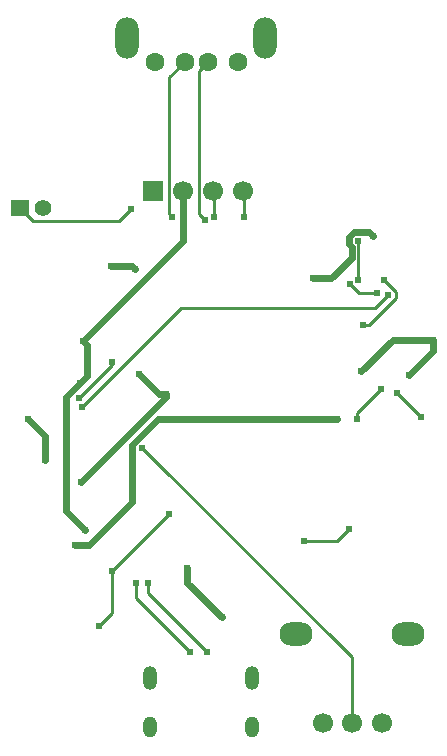
<source format=gbl>
G04 Layer: BottomLayer*
G04 EasyEDA Pro v2.2.45.4, 2026-01-19 10:00:02*
G04 Gerber Generator version 0.3*
G04 Scale: 100 percent, Rotated: No, Reflected: No*
G04 Dimensions in millimeters*
G04 Leading zeros omitted, absolute positions, 4 integers and 5 decimals*
G04 Generated by one-click*
%FSLAX45Y45*%
%MOMM*%
%ADD10R,1.7X1.7*%
%ADD11C,1.7*%
%ADD12O,2.79999X2.0*%
%ADD13R,1.5X1.4*%
%ADD14C,1.4*%
%ADD15O,2.0X3.49999*%
%ADD16C,1.6*%
%ADD17O,1.2026X1.8*%
%ADD18O,1.2X1.8*%
%ADD19O,1.2X2.0*%
%ADD20C,0.61*%
%ADD21C,0.254*%
%ADD22C,0.6*%
G75*


G04 Pad Start*
G54D10*
G01X2882900Y-711200D03*
G54D11*
G01X3136900Y-711200D03*
G01X3390900Y-711200D03*
G01X3644900Y-711200D03*
G01X4822012Y-5213706D03*
G01X4572000Y-5213706D03*
G01X4322013Y-5213706D03*
G54D12*
G01X4096995Y-4463694D03*
G01X5047005Y-4463694D03*
G54D13*
G01X1754200Y-850900D03*
G54D14*
G01X1954200Y-850900D03*
G54D15*
G01X2666200Y582600D03*
G01X3836200Y582600D03*
G54D16*
G01X3601199Y382600D03*
G01X3351213Y382600D03*
G01X3151213Y382600D03*
G01X2901201Y382600D03*
G54D18*
G01X3721811Y-5251209D03*
G54D19*
G01X3721811Y-4833226D03*
G01X2856789Y-4833226D03*
G54D18*
G01X2856789Y-5251209D03*
G04 Pad End*

G04 Via Start*
G54D20*
G01X2285136Y-2540000D03*
G01X4876800Y-1588770D03*
G01X4609236Y-2641600D03*
G01X4812436Y-2387600D03*
G01X4553102Y-1498600D03*
G01X4781702Y-1574800D03*
G01X2698902Y-863600D03*
G01X4166464Y-3670300D03*
G01X4547464Y-3568700D03*
G01X5154600Y-2622296D03*
G01X4951400Y-2419096D03*
G01X4660900Y-1842364D03*
G01X4838700Y-1461364D03*
G01X2795295Y-2882405D03*
G01X3021305Y-3441205D03*
G01X2538705Y-3923805D03*
G01X2427453Y-4390657D03*
G01X3402305Y-926605D03*
G01X3656305Y-926605D03*
G01X2294296Y-1977205D03*
G01X2268532Y-2337204D03*
G01X2312264Y-3580933D03*
G01X4621505Y-1460005D03*
G01X4621505Y-1129805D03*
G01X2846095Y-4025405D03*
G01X3340506Y-4609605D03*
G01X3328695Y-952005D03*
G01X2744495Y-4025405D03*
G01X3201695Y-4609605D03*
G01X3049295Y-926605D03*
G01X2541295Y-2155114D03*
G01X2261895Y-2459914D03*
G01X2223399Y-3703211D03*
G01X4443395Y-2638842D03*
G01X5054600Y-2272030D03*
G01X4648200Y-2235200D03*
G01X5257800Y-1968500D03*
G01X4241800Y-1447800D03*
G01X4749800Y-1092200D03*
G01X3467100Y-4318000D03*
G01X3175000Y-3898900D03*
G01X1828800Y-2641600D03*
G01X1968500Y-2984500D03*
G01X2273300Y-3175000D03*
G01X2997200Y-2425700D03*
G01X2527300Y-1346200D03*
G01X2730500Y-1371600D03*
G01X2768600Y-2260600D03*
G04 Via End*

G04 Track Start*
G54D21*
G01X2285136Y-2540000D02*
G01X3123336Y-1701800D01*
G01X4763770Y-1701800D01*
G01X4876800Y-1588770D01*
G01X4609236Y-2641600D02*
G01X4609236Y-2590800D01*
G01X4629302Y-1574800D02*
G01X4781702Y-1574800D01*
G01X2597302Y-965200D02*
G01X1868500Y-965200D01*
G01X4166464Y-3670300D02*
G01X4445864Y-3670300D01*
G01X4547464Y-3568700D01*
G01X5154600Y-2622296D02*
G01X4951400Y-2419096D01*
G01X4660900Y-1842364D02*
G01X4711700Y-1842364D01*
G01X4940300Y-1562964D02*
G01X4838700Y-1461364D01*
G01X2795295Y-2882405D02*
G01X4572000Y-4659109D01*
G01X4572000Y-5213706D01*
G01X3021305Y-3441205D02*
G01X2538705Y-3923805D01*
G01X2538705Y-4279405D02*
G01X2427453Y-4390657D01*
G01X3402305Y-722605D02*
G01X3390900Y-711200D01*
G01X3656305Y-926605D02*
G01X3656305Y-722605D01*
G01X3644900Y-711200D01*
G54D22*
G01X2294296Y-1977205D02*
G01X2328532Y-2011441D01*
G01X2294296Y-1977205D02*
G01X3136900Y-1134600D01*
G01X2148533Y-2457204D02*
G01X2148533Y-3417202D01*
G01X2312264Y-3580933D01*
G54D21*
G01X4621505Y-1460005D02*
G01X4621505Y-1129805D01*
G01X3328695Y-952005D02*
G01X3277895Y-901205D01*
G01X3277895Y309283D02*
G01X3351213Y382600D01*
G01X3049295Y-926605D02*
G01X3023895Y-901205D01*
G01X3023895Y255283D02*
G01X3151213Y382600D01*
G01X2541295Y-2180514D02*
G01X2261895Y-2459914D01*
G54D22*
G01X2223399Y-3703211D02*
G01X2343399Y-3703211D01*
G01X2703398Y-3343211D01*
G01X2703398Y-2863212D01*
G01X2927769Y-2638842D01*
G01X4443395Y-2638842D01*
G54D21*
G01X1868500Y-965200D02*
G01X1754200Y-850900D01*
G01X2698902Y-863600D02*
G01X2597302Y-965200D01*
G01X4553102Y-1498600D02*
G01X4629302Y-1574800D01*
G01X4609236Y-2590800D02*
G01X4812436Y-2387600D01*
G01X2541295Y-2155114D02*
G01X2541295Y-2180514D01*
G54D22*
G01X2268532Y-2337204D02*
G01X2148533Y-2457204D01*
G01X2328532Y-2277204D02*
G01X2268532Y-2337204D01*
G01X2328532Y-2011441D02*
G01X2328532Y-2277204D01*
G54D21*
G01X2538705Y-3923805D02*
G01X2538705Y-4279405D01*
G01X3023895Y-901205D02*
G01X3023895Y255283D01*
G01X3277895Y-901205D02*
G01X3277895Y309283D01*
G54D22*
G01X3136900Y-1134600D02*
G01X3136900Y-711200D01*
G54D21*
G01X3402305Y-926605D02*
G01X3402305Y-722605D01*
G01X4940300Y-1613764D02*
G01X4940300Y-1562964D01*
G01X4711700Y-1842364D02*
G01X4940300Y-1613764D01*
G54D22*
G01X4648200Y-2235200D02*
G01X4914900Y-1968500D01*
G01X5257800Y-1968500D01*
G01X5054600Y-2272030D02*
G01X5257800Y-2068830D01*
G01X5257800Y-1968500D01*
G01X4241800Y-1447800D02*
G01X4394200Y-1447800D01*
G01X4568605Y-1273395D01*
G01X4568605Y-1183961D01*
G01X4545804Y-1161161D01*
G01X4545804Y-1098449D01*
G01X4590149Y-1054105D01*
G01X4711705Y-1054105D01*
G01X4749800Y-1092200D01*
G01X3467100Y-4318000D02*
G01X3175000Y-4025900D01*
G01X3175000Y-3898900D01*
G01X1828800Y-2641600D02*
G01X1968500Y-2781300D01*
G01X1968500Y-2984500D01*
G01X2273300Y-3175000D02*
G01X2997200Y-2451100D01*
G01X2997200Y-2425700D01*
G01X2705100Y-1346200D02*
G01X2730500Y-1371600D01*
G01X2527300Y-1346200D02*
G01X2705100Y-1346200D01*
G01X2768600Y-2260600D02*
G01X2933700Y-2425700D01*
G01X2997200Y-2425700D01*
G54D21*
G01X2846095Y-4115194D02*
G01X3340506Y-4609605D01*
G01X2846095Y-4025405D02*
G01X2846095Y-4115194D01*
G01X2744495Y-4152405D02*
G01X3201695Y-4609605D01*
G01X2744495Y-4025405D02*
G01X2744495Y-4152405D01*
G04 Track End*

M02*


</source>
